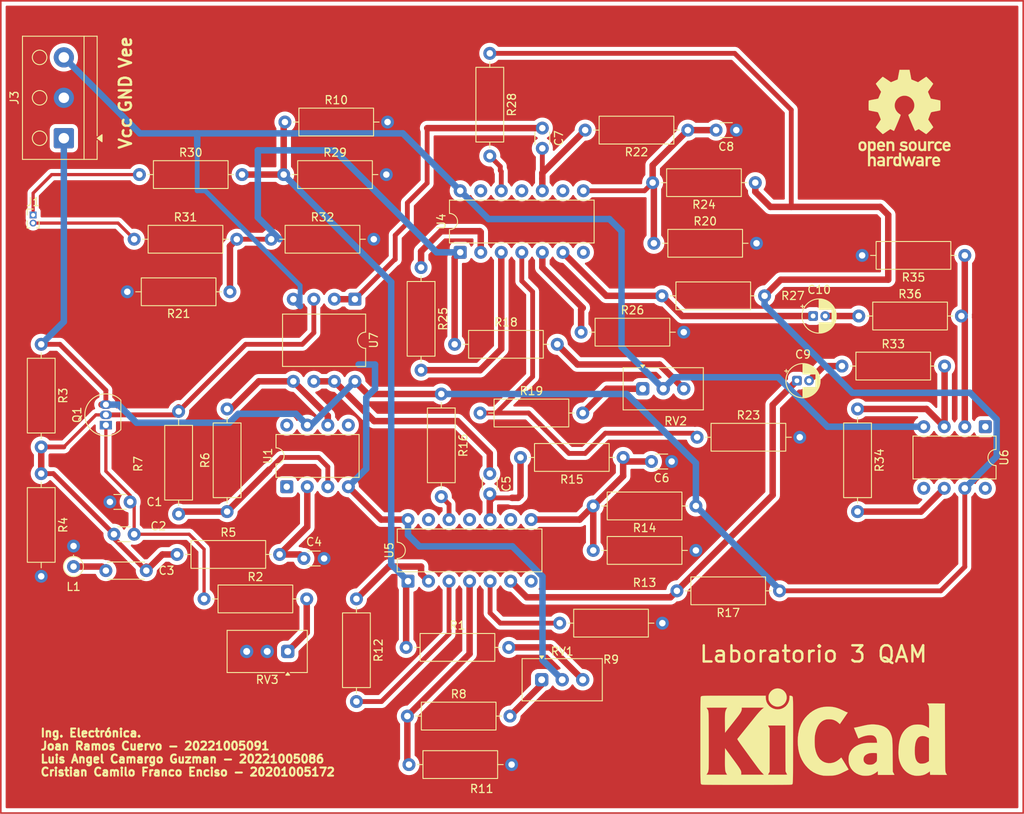
<source format=kicad_pcb>
(kicad_pcb (version 20241229) (generator "pcbnew") (generator_version "9.0")
  (title_block (title "PCB Laboratorio 3 QAM") (date "2025-05-25") (rev "1") (company "Universidad Distrital FRancisco José de caldas") (comment 1 "Autor: Luis Angel Camargo Guzman - 20221005086"))
  (layers (0 "F.Cu" signal) (2 "B.Cu" signal) (13 "F.Paste" user) (15 "B.Paste" user) (5 "F.SilkS" user "F.Silkscreen") (7 "B.SilkS" user "B.Silkscreen") (1 "F.Mask" user) (3 "B.Mask" user) (25 "Edge.Cuts" user))
  (net 0 "")
  (net 1 "GND")
  (net 2 "sen(wt)")
  (net 3 "Net-(C3-Pad2)")
  (net 4 "Net-(U1--)")
  (net 5 "Bcos(wt)")
  (net 6 "Net-(C5-Pad2)")
  (net 7 "Net-(C6-Pad2)")
  (net 8 "Bsen(wt)")
  (net 9 "Net-(C7-Pad2)")
  (net 10 "Net-(C8-Pad2)")
  (net 11 "Net-(C9-Pad2)")
  (net 12 "RAI(t)")
  (net 13 "Net-(C10-Pad2)")
  (net 14 "RAQ(t)")
  (net 15 "I(t)")
  (net 16 "Q(t)")
  (net 17 "+12V")
  (net 18 "RI(t)")
  (net 19 "Net-(R1-Pad2)")
  (net 20 "Net-(R2-Pad2)")
  (net 21 "cos(wt)")
  (net 22 "Net-(U1-+)")
  (net 23 "Net-(R8-Pad2)")
  (net 24 "Net-(R11-Pad1)")
  (net 25 "Net-(R9-Pad1)")
  (net 26 "Net-(R12-Pad1)")
  (net 27 "Net-(R12-Pad2)")
  (net 28 "Net-(R16-Pad2)")
  (net 29 "RQ(t)")
  (net 30 "Net-(R18-Pad2)")
  (net 31 "Net-(R19-Pad1)")
  (net 32 "Net-(R19-Pad2)")
  (net 33 "Net-(R25-Pad1)")
  (net 34 "Net-(R25-Pad2)")
  (net 35 "Net-(R26-Pad1)")
  (net 36 "Net-(R28-Pad2)")
  (net 37 "Net-(U6-+)")
  (net 38 "Output")
  (net 39 "Net-(U6--)")
  (net 40 "-12V")
  (net 47 "Net-(Q1-E)")
  (footprint "Resistor_THT:R_Axial_DIN0309_L9.0mm_D3.2mm_P12.70mm_Horizontal" (layer "F.Cu") (at 116 119.5)
    (property "Reference" "R13")
    (property "Value" "1k")
  )
  (footprint "Capacitor_THT:C_Disc_D3.0mm_W1.6mm_P2.50mm" (layer "F.Cu") (at 103.2 110 -90)
    (property "Reference" "C5")
    (property "Value" "100nF")
  )
  (footprint "Capacitor_THT:C_Disc_D3.0mm_W1.6mm_P2.50mm" (layer "F.Cu") (at 133.7 67.5 180)
    (property "Reference" "C8")
    (property "Value" "100nF")
  )
  (footprint "Capacitor_THT:CP_Radial_D4.0mm_P1.50mm" (layer "F.Cu") (at 141.2 98.5)
    (property "Reference" "C9")
    (property "Value" "4.7uf")
  )
  (footprint "Resistor_THT:R_Axial_DIN0309_L9.0mm_D3.2mm_P12.70mm_Horizontal" (layer "F.Cu") (at 103.2 58 -90)
    (property "Reference" "R28")
    (property "Value" "3.9k")
  )
  (footprint "Package_DIP:DIP-8_W7.62mm" (layer "F.Cu") (at 164.51 104.195 -90)
    (property "Reference" "U6")
    (property "Value" "LM741")
  )
  (footprint "Resistor_THT:R_Axial_DIN0309_L9.0mm_D3.2mm_P12.70mm_Horizontal" (layer "F.Cu") (at 92.85 131.5)
    (property "Reference" "R1")
    (property "Value" "10K")
  )
  (footprint "Resistor_THT:R_Axial_DIN0309_L9.0mm_D3.2mm_P12.70mm_Horizontal" (layer "F.Cu") (at 70.7 114.7 90)
    (property "Reference" "R6")
    (property "Value" "100k")
  )
  (footprint "Resistor_THT:R_Axial_DIN0309_L9.0mm_D3.2mm_P12.70mm_Horizontal" (layer "F.Cu") (at 102 102.5)
    (property "Reference" "R19")
    (property "Value" "10K")
  )
  (footprint "Package_DIP:DIP-8_W10.16mm" (layer "F.Cu") (at 86.51 88.42 -90)
    (property "Reference" "U7")
    (property "Value" "LM358")
  )
  (footprint "Resistor_THT:R_Axial_DIN0309_L9.0mm_D3.2mm_P12.70mm_Horizontal" (layer "F.Cu") (at 146.77 96.695)
    (property "Reference" "R33")
    (property "Value" "100k")
  )
  (footprint "Resistor_THT:R_Axial_DIN0309_L9.0mm_D3.2mm_P12.70mm_Horizontal" (layer "F.Cu") (at 76.15 81)
    (property "Reference" "R32")
    (property "Value" "1k")
  )
  (footprint "Resistor_THT:R_Axial_DIN0309_L9.0mm_D3.2mm_P12.70mm_Horizontal" (layer "F.Cu") (at 59.2 81)
    (property "Reference" "R31")
    (property "Value" "100k")
  )
  (footprint "Resistor_THT:R_Axial_DIN0309_L9.0mm_D3.2mm_P12.70mm_Horizontal" (layer "F.Cu") (at 97.2 100.15 -90)
    (property "Reference" "R16")
    (property "Value" "3.9k")
  )
  (footprint "Resistor_THT:R_Axial_DIN0309_L9.0mm_D3.2mm_P12.70mm_Horizontal" (layer "F.Cu") (at 128.85 105.5)
    (property "Reference" "R23")
    (property "Value" "51")
  )
  (footprint "Resistor_THT:R_Axial_DIN0309_L9.0mm_D3.2mm_P12.70mm_Horizontal" (layer "F.Cu") (at 119.7 108 180)
    (property "Reference" "R15")
    (property "Value" "51")
  )
  (footprint "Resistor_THT:R_Axial_DIN0309_L9.0mm_D3.2mm_P12.70mm_Horizontal" (layer "F.Cu") (at 64.5 120)
    (property "Reference" "R5")
    (property "Value" "1.6k")
  )
  (footprint "Resistor_THT:R_Axial_DIN0309_L9.0mm_D3.2mm_P12.70mm_Horizontal" (layer "F.Cu") (at 47.7 110 -90)
    (property "Reference" "R4")
    (property "Value" "100k")
  )
  (footprint "Resistor_THT:R_Axial_DIN0309_L9.0mm_D3.2mm_P12.70mm_Horizontal" (layer "F.Cu") (at 148.7 102 -90)
    (property "Reference" "R34")
    (property "Value" "100k")
  )
  (footprint "Resistor_THT:R_Axial_DIN0309_L9.0mm_D3.2mm_P12.70mm_Horizontal" (layer "F.Cu") (at 77.7 73)
    (property "Reference" "R29")
    (property "Value" "1k")
  )
  (footprint "Capacitor_THT:C_Disc_D4.3mm_W1.9mm_P5.00mm" (layer "F.Cu") (at 60.7 122 180)
    (property "Reference" "C3")
    (property "Value" "2.2uF")
  )
  (footprint "Resistor_THT:R_Axial_DIN0309_L9.0mm_D3.2mm_P12.70mm_Horizontal" (layer "F.Cu") (at 77.85 66.5)
    (property "Reference" "R10")
    (property "Value" "51")
  )
  (footprint "Resistor_THT:R_Axial_DIN0309_L9.0mm_D3.2mm_P12.70mm_Horizontal" (layer "F.Cu") (at 71.05 87.5 180)
    (property "Reference" "R21")
    (property "Value" "51")
  )
  (footprint "Resistor_THT:R_Axial_DIN0309_L9.0mm_D3.2mm_P12.70mm_Horizontal" (layer "F.Cu") (at 128.7 114 180)
    (property "Reference" "R14")
    (property "Value" "1k")
  )
  (footprint "Resistor_THT:R_Axial_DIN0309_L9.0mm_D3.2mm_P12.70mm_Horizontal" (layer "F.Cu") (at 136.05 74 180)
    (property "Reference" "R24")
    (property "Value" "1k")
  )
  (footprint "Capacitor_THT:C_Disc_D3.0mm_W1.6mm_P2.50mm" (layer "F.Cu") (at 125.7 108.5 180)
    (property "Reference" "C6")
    (property "Value" "100nF")
  )
  (footprint "Symbol:KiCad-Logo_12mm_SilkScreen" (layer "F.Cu") (at 144.5 142.5)
    (property "Reference" "REF**" (hide yes))
    (property "Value" "KiCad-Logo_12mm_SilkScreen" (hide yes))
  )
  (footprint "Resistor_THT:R_Axial_DIN0309_L9.0mm_D3.2mm_P12.70mm_Horizontal" (layer "F.Cu") (at 139.05 124.5 180)
    (property "Reference" "R17")
    (property "Value" "3.9k")
  )
  (footprint "Resistor_THT:R_Axial_DIN0309_L9.0mm_D3.2mm_P12.70mm_Horizontal" (layer "F.Cu") (at 59.85 73)
    (property "Reference" "R30")
    (property "Value" "100k")
  )
  (footprint "Capacitor_THT:C_Disc_D3.0mm_W1.6mm_P2.50mm" (layer "F.Cu") (at 56.7 117.5)
    (property "Reference" "C2")
    (property "Value" "100nF")
  )
  (footprint "Capacitor_THT:C_Disc_D3.0mm_W1.6mm_P2.50mm" (layer "F.Cu") (at 109.7 67.25 -90)
    (property "Reference" "C7")
    (property "Value" "100nF")
  )
  (footprint "Potentiometer_THT:Potentiometer_Vishay_T93YA_Vertical" (layer "F.Cu") (at 78.2 132 180)
    (property "Reference" "RV3")
    (property "Value" "10k")
  )
  (footprint "Resistor_THT:R_Axial_DIN0309_L9.0mm_D3.2mm_P12.70mm_Horizontal" (layer "F.Cu") (at 161.97 83 180)
    (property "Reference" "R35")
    (property "Value" "100k")
  )
  (footprint "Resistor_THT:R_Axial_DIN0309_L9.0mm_D3.2mm_P12.70mm_Horizontal" (layer "F.Cu") (at 47.7 94 -90)
    (property "Reference" "R3")
    (property "Value" "1k")
  )
  (footprint "Capacitor_THT:C_Disc_D3.0mm_W1.6mm_P2.50mm" (layer "F.Cu") (at 58.7 113.5 180)
    (property "Reference" "C1")
    (property "Value" "100nF")
  )
  (footprint "Resistor_THT:R_Axial_DIN0309_L9.0mm_D3.2mm_P12.70mm_Horizontal" (layer "F.Cu") (at 93.2 146)
    (property "Reference" "R11")
    (property "Value" "51")
  )
  (footprint "Resistor_THT:R_Axial_DIN0309_L9.0mm_D3.2mm_P12.70mm_Horizontal" (layer "F.Cu") (at 98.85 94)
    (property "Reference" "R18")
    (property "Value" "10K")
  )
  (footprint "Package_DIP:DIP-8_W7.62mm" (layer "F.Cu") (at 78.08 111.62 90)
    (property "Reference" "U1")
    (property "Value" "LM741")
  )
  (footprint "Capacitor_THT:CP_Radial_D4.0mm_P1.50mm" (layer "F.Cu") (at 143.2 90.5)
    (property "Reference" "C10")
    (property "Value" "4.7uf")
  )
  (footprint "Potentiometer_THT:Potentiometer_Vishay_T93YA_Vertical" (layer "F.Cu") (at 122.12 99.5)
    (property "Reference" "RV2")
    (property "Value" "50k")
  )
  (footprint "Resistor_THT:R_Axial_DIN0309_L9.0mm_D3.2mm_P12.70mm_Horizontal" (layer "F.Cu") (at 148.85 90.5)
    (property "Reference" "R36")
    (property "Value" "100k")
  )
  (footprint "Resistor_THT:R_Axial_DIN0309_L9.0mm_D3.2mm_P12.70mm_Horizontal" (layer "F.Cu") (at 94.7 84.5 -90)
    (property "Reference" "R25")
    (property "Value" "1k")
  )
  (footprint "Capacitor_THT:C_Disc_D3.0mm_W1.6mm_P2.50mm" (layer "F.Cu") (at 80.2 120.5)
    (property "Reference" "C4")
    (property "Value" "1nF")
  )
  (footprint "Resistor_THT:R_Axial_DIN0309_L9.0mm_D3.2mm_P12.70mm_Horizontal" (layer "F.Cu") (at 114.5 92.5)
    (property "Reference" "R26")
    (property "Value" "6.8k")
  )
  (footprint "TerminalBlock_RND:TerminalBlock_RND_205-00002_1x03_P5.00mm_Horizontal" (layer "F.Cu") (at 50.5 68.5 90)
    (property "Reference" "J3")
    (property "Value" "Fuente")
  )
  (footprint "Package_DIP:DIP-14_W7.62mm" (layer "F.Cu") (at 99.54 82.62 90)
    (property "Reference" "U4")
    (property "Value" "MC1496")
  )
  (footprint "Resistor_THT:R_Axial_DIN0309_L9.0mm_D3.2mm_P12.70mm_Horizontal" (layer "F.Cu") (at 64.7 102.3 -90)
    (property "Reference" "R7")
    (property "Value" "100k")
  )
  (footprint "Resistor_THT:R_Axial_DIN0309_L9.0mm_D3.2mm_P12.70mm_Horizontal" (layer "F.Cu") (at 93 140)
    (property "Reference" "R8")
    (property "Value" "10K")
  )
  (footprint "Package_TO_SOT_THT:TO-92_Inline" (layer "F.Cu") (at 55.7 104 90)
    (property "Reference" "Q1")
    (property "Value" "2N3904")
  )
  (footprint "Resistor_THT:R_Axial_DIN0309_L9.0mm_D3.2mm_P12.70mm_Horizontal" (layer "F.Cu") (at 137.2 88 180)
    (property "Reference" "R27")
    (property "Value" "3.9k")
  )
  (footprint "Resistor_THT:R_Axial_DIN0309_L9.0mm_D3.2mm_P12.70mm_Horizontal" (layer "F.Cu") (at 111.85 128.5)
    (property "Reference" "R9")
    (property "Value" "6.8k")
  )
  (footprint "Resistor_THT:R_Axial_DIN0309_L9.0mm_D3.2mm_P12.70mm_Horizontal" (layer "F.Cu") (at 127.7 67.5 180)
    (property "Reference" "R22")
    (property "Value" "51")
  )
  (footprint "Resistor_THT:R_Axial_DIN0309_L9.0mm_D3.2mm_P12.70mm_Horizontal" (layer "F.Cu") (at 67.85 125.5)
    (property "Reference" "R2")
    (property "Value" "100")
  )
  (footprint "Symbol:OSHW-Logo_11.4x12mm_SilkScreen" (layer "F.Cu") (at 154.5 66)
    (property "Reference" "REF**" (hide yes))
    (property "Value" "OSHW-Logo_11.4x12mm_SilkScreen" (hide yes))
  )
  (footprint "Resistor_THT:R_Axial_DIN0309_L9.0mm_D3.2mm_P12.70mm_Horizontal" (layer "F.Cu") (at 86.7 125.5 -90)
    (property "Reference" "R12")
    (property "Value" "1k")
  )
  (footprint "Connector_PinHeader_1.00mm:PinHeader_1x02_P1.00mm_Vertical" (layer "F.Cu") (at 46.7 78)
    (property "Reference" "J1")
    (property "Value" "señales I-Q")
  )
  (footprint "Resistor_THT:R_Axial_DIN0309_L9.0mm_D3.2mm_P12.70mm_Horizontal" (layer "F.Cu") (at 123.5 81.5)
    (property "Reference" "R20")
    (property "Value" "1k")
  )
  (footprint "Potentiometer_THT:Potentiometer_Vishay_T93YA_Vertical" (layer "F.Cu") (at 109.62 135.5)
    (property "Reference" "RV1")
    (property "Value" "50k")
  )
  (footprint "Inductor_THT:L_Axial_L5.3mm_D2.2mm_P2.54mm_Vertical_Vishay_IM-1" (layer "F.Cu") (at 51.7 121.5 90)
    (property "Reference" "L1")
    (property "Value" "215uH")
  )
  (footprint "Package_DIP:DIP-14_W7.62mm" (layer "F.Cu") (at 93.08 123.305 90)
    (property "Reference" "U5")
    (property "Value" "MC1496")
  )
  (gr_rect (start 42.7 51.5) (end 169.2 152) (stroke (width 0.2)) (fill no) (layer "F.Cu"))
  (gr_text "Vee" (at 59 60 90) (layer "F.SilkS") (effects (font (size 1.5 1.5) (thickness 0.3) (bold yes)) (justify left bottom)))
  (gr_text "Laboratorio 3 QAM" (at 129 133.5 0) (layer "F.SilkS") (effects (font (size 2 2) (thickness 0.3) (bold yes)) (justify left bottom)))
  (gr_text "GND" (at 59 65.5 90) (layer "F.SilkS") (effects (font (size 1.5 1.5) (thickness 0.3) (bold yes)) (justify left bottom)))
  (gr_text "Ing. Electrónica. \nJoan Ramos Cuervo - 20221005091\nLuis Angel Camargo Guzman - 20221005086\nCristian Camilo Franco Enciso - 20201005172\n" (at 47.5 147.5 0) (layer "F.SilkS") (effects (font (size 1 1) (thickness 0.25) (bold yes)) (justify left bottom)))
  (gr_text "Vcc" (at 59 70 90) (layer "F.SilkS") (effects (font (size 1.5 1.5) (thickness 0.3) (bold yes)) (justify left bottom)))
  (segment (start 47.9 122.5) (end 47.7 122.7) (width 0.8) (layer "F.Cu") (net 1))
  (segment (start 60.7 122) (end 60.7 121.5) (width 0.8) (layer "F.Cu") (net 2))
  (segment (start 56.7 118) (end 56.7 117.5) (width 0.6) (layer "F.Cu") (net 2))
  (segment (start 49.2 110) (end 47.7 110) (width 0.6) (layer "F.Cu") (net 2))
  (segment (start 64.7 101.8) (end 64.7 102.3) (width 0.8) (layer "F.Cu") (net 2))
  (segment (start 62.7 120) (end 60.7 122) (width 0.8) (layer "F.Cu") (net 2))
  (segment (start 80 94) (end 81.43 92.57) (width 0.6) (layer "F.Cu") (net 2))
  (segment (start 64.5 120) (end 62.7 120) (width 0.8) (layer "F.Cu") (net 2))
  (segment (start 73 94) (end 80 94) (width 0.6) (layer "F.Cu") (net 2))
  (segment (start 64.27 102.73) (end 55.7 102.73) (width 0.6) (layer "F.Cu") (net 2))
  (segment (start 47.7 106.7) (end 50.5 106.7) (width 0.6) (layer "F.Cu") (net 2))
  (segment (start 55.7 102.73) (end 54.47 102.73) (width 0.4) (layer "F.Cu") (net 2))
  (segment (start 64.7 102.3) (end 64.27 102.73) (width 0.6) (layer "F.Cu") (net 2))
  (segment (start 54.47 102.73) (end 50.5 106.7) (width 0.4) (layer "F.Cu") (net 2))
  (segment (start 56.7 117.5) (end 49.2 110) (width 0.6) (layer "F.Cu") (net 2))
  (segment (start 81.43 92.57) (end 81.43 88.42) (width 0.6) (layer "F.Cu") (net 2))
  (segment (start 64.7 102.3) (end 73 94) (width 0.6) (layer "F.Cu") (net 2))
  (segment (start 47.7 110) (end 47.7 106.7) (width 0.8) (layer "F.Cu") (net 2))
  (segment (start 60.7 122) (end 56.7 118) (width 0.6) (layer "F.Cu") (net 2))
  (segment (start 55.2 121.5) (end 55.7 122) (width 0.8) (layer "F.Cu") (net 3))
  (segment (start 55.66 122.04) (end 55.7 122) (width 0.8) (layer "F.Cu") (net 3))
  (segment (start 51.7 121.5) (end 55.2 121.5) (width 0.8) (layer "F.Cu") (net 3))
  (segment (start 79.7 120) (end 80.2 120.5) (width 0.8) (layer "F.Cu") (net 4))
  (segment (start 80.62 116.58) (end 77.2 120) (width 0.8) (layer "F.Cu") (net 4))
  (segment (start 77.2 120) (end 79.7 120) (width 0.8) (layer "F.Cu") (net 4))
  (segment (start 80.62 111.62) (end 80.62 116.58) (width 0.8) (layer "F.Cu") (net 4))
  (segment (start 99.2 103.5) (end 88.89 103.5) (width 0.8) (layer "F.Cu") (net 5))
  (segment (start 83.97 98.58) (end 81.43 98.58) (width 0.8) (layer "F.Cu") (net 5))
  (segment (start 103.2 110) (end 103.2 107.5) (width 0.8) (layer "F.Cu") (net 5))
  (segment (start 103.2 107.5) (end 99.2 103.5) (width 0.8) (layer "F.Cu") (net 5))
  (segment (start 88.89 103.5) (end 83.97 98.58) (width 0.8) (layer "F.Cu") (net 5))
  (segment (start 103.2 112.5) (end 103.2 113.5) (width 0.8) (layer "F.Cu") (net 6))
  (segment (start 105.925 113) (end 106 113) (width 0.8) (layer "F.Cu") (net 6))
  (segment (start 107 112.7) (end 107 108) (width 0.8) (layer "F.Cu") (net 6))
  (segment (start 106 113) (end 106.7 113) (width 0.8) (layer "F.Cu") (net 6))
  (segment (start 103.2 115.645) (end 103.24 115.685) (width 0.8) (layer "F.Cu") (net 6))
  (segment (start 103.7 113) (end 103.2 113.5) (width 0.6) (layer "F.Cu") (net 6))
  (segment (start 103.2 113.5) (end 103.2 115.645) (width 0.8) (layer "F.Cu") (net 6))
  (segment (start 106 113) (end 103.7 113) (width 0.6) (layer "F.Cu") (net 6))
  (segment (start 106.7 113) (end 107 112.7) (width 0.8) (layer "F.Cu") (net 6))
  (segment (start 116 114) (end 116 119.5) (width 0.8) (layer "F.Cu") (net 7))
  (segment (start 120.2 108.5) (end 119.7 108) (width 0.8) (layer "F.Cu") (net 7))
  (segment (start 119.7 108) (end 119.7 110.3) (width 0.8) (layer "F.Cu") (net 7))
  (segment (start 108.32 115.685) (end 114.315 115.685) (width 0.8) (layer "F.Cu") (net 7))
  (segment (start 123.2 108.5) (end 120.2 108.5) (width 0.8) (layer "F.Cu") (net 7))
  (segment (start 114.315 115.685) (end 116 114) (width 0.8) (layer "F.Cu") (net 7))
  (segment (start 119.7 110.3) (end 116 114) (width 0.8) (layer "F.Cu") (net 7))
  (segment (start 86.51 88.42) (end 91.43 83.5) (width 0.6) (layer "F.Cu") (net 8))
  (segment (start 91.43 83.5) (end 91.5 83.5) (width 0.6) (layer "F.Cu") (net 8))
  (segment (start 91.5 83.5) (end 91.5 80.5) (width 0.6) (layer "F.Cu") (net 8))
  (segment (start 91.5 80.5) (end 93 79) (width 0.6) (layer "F.Cu") (net 8))
  (segment (start 86.51 88.42) (end 86.58 88.42) (width 0.6) (layer "F.Cu") (net 8))
  (segment (start 95.45 74.05) (end 95.45 67.25) (width 0.6) (layer "F.Cu") (net 8))
  (segment (start 86.51 88.42) (end 83.97 88.42) (width 0.8) (layer "F.Cu") (net 8))
  (segment (start 95.45 67.25) (end 109.7 67.25) (width 0.8) (layer "F.Cu") (net 8))
  (segment (start 93 79) (end 93 76.5) (width 0.6) (layer "F.Cu") (net 8))
  (segment (start 93 76.5) (end 95.45 74.05) (width 0.6) (layer "F.Cu") (net 8))
  (segment (start 109.7 69.75) (end 109.7 73.5) (width 0.6) (layer "F.Cu") (net 9))
  (segment (start 109.7 73.5) (end 109.7 75) (width 0.8) (layer "F.Cu") (net 9))
  (segment (start 115 67.5) (end 109.7 72.8) (width 0.8) (layer "F.Cu") (net 9))
  (segment (start 109.7 72.8) (end 109.7 73.5) (width 0.8) (layer "F.Cu") (net 9))
  (segment (start 123.35 71.85) (end 127.7 67.5) (width 0.8) (layer "F.Cu") (net 10))
  (segment (start 123.5 74.15) (end 123.35 74) (width 0.8) (layer "F.Cu") (net 10))
  (segment (start 122.35 75) (end 123.35 74) (width 0.6) (layer "F.Cu") (net 10))
  (segment (start 131.2 67.5) (end 127.7 67.5) (width 0.8) (layer "F.Cu") (net 10))
  (segment (start 123.5 81.5) (end 123.5 74.15) (width 0.8) (layer "F.Cu") (net 10))
  (segment (start 123.35 74) (end 123.35 71.85) (width 0.8) (layer "F.Cu") (net 10))
  (segment (start 114.78 75) (end 122.35 75) (width 0.6) (layer "F.Cu") (net 10))
  (segment (start 146.77 96.695) (end 144.505 96.695) (width 0.8) (layer "F.Cu") (net 11))
  (segment (start 144.505 96.695) (end 142.7 98.5) (width 0.8) (layer "F.Cu") (net 11))
  (segment (start 138.2 112.65) (end 126.35 124.5) (width 0.8) (layer "F.Cu") (net 12))
  (segment (start 141.2 98.5) (end 138.2 101.5) (width 0.8) (layer "F.Cu") (net 12))
  (segment (start 138.2 101.5) (end 138.2 112.65) (width 0.8) (layer "F.Cu") (net 12))
  (segment (start 107.774999 125.299999) (end 105.78 123.305) (width 0.8) (layer "F.Cu") (net 12))
  (segment (start 125.550001 125.299999) (end 107.774999 125.299999) (width 0.8) (layer "F.Cu") (net 12))
  (segment (start 126.35 124.5) (end 125.550001 125.299999) (width 0.8) (layer "F.Cu") (net 12))
  (segment (start 148.85 90.5) (end 144.7 90.5) (width 0.8) (layer "F.Cu") (net 13))
  (segment (start 117.62 88) (end 112.24 82.62) (width 0.8) (layer "F.Cu") (net 14))
  (segment (start 143.2 90.5) (end 127 90.5) (width 0.8) (layer "F.Cu") (net 14))
  (segment (start 127 90.5) (end 124.5 88) (width 0.8) (layer "F.Cu") (net 14))
  (segment (start 124.5 88) (end 117.62 88) (width 0.8) (layer "F.Cu") (net 14))
  (segment (start 46.7 75.3) (end 46.7 78) (width 0.4) (layer "F.Cu") (net 15))
  (segment (start 59.85 73) (end 49 73) (width 0.4) (layer "F.Cu") (net 15))
  (segment (start 49 73) (end 46.7 75.3) (width 0.4) (layer "F.Cu") (net 15))
  (segment (start 57.2 79) (end 59.2 81) (width 0.4) (layer "F.Cu") (net 16))
  (segment (start 46.7 79) (end 57.2 79) (width 0.4) (layer "F.Cu") (net 16))
  (segment (start 140.5 77) (end 137.91863 77) (width 0.8) (layer "F.Cu") (net 17))
  (segment (start 103.2 58) (end 133.5 58) (width 0.6) (layer "F.Cu") (net 17))
  (segment (start 55.7 99.7) (end 50 94) (width 0.6) (layer "F.Cu") (net 17))
  (segment (start 137.2 88) (end 139.2 86) (width 0.8) (layer "F.Cu") (net 17))
  (segment (start 137.91863 77) (end 136.05 75.13137) (width 0.8) (layer "F.Cu") (net 17))
  (segment (start 152.5 86) (end 152.5 78) (width 0.8) (layer "F.Cu") (net 17))
  (segment (start 152.5 78) (end 151.5 77) (width 0.8) (layer "F.Cu") (net 17))
  (segment (start 50 94) (end 47.7 94) (width 0.6) (layer "F.Cu") (net 17))
  (segment (start 159 124.5) (end 161.97 121.53) (width 0.6) (layer "F.Cu") (net 17))
  (segment (start 136.05 75.13137) (end 136.05 74) (width 0.8) (layer "F.Cu") (net 17))
  (segment (start 133.5 58) (end 140.5 65) (width 0.6) (layer "F.Cu") (net 17))
  (segment (start 139.2 86) (end 152.5 86) (width 0.8) (layer "F.Cu") (net 17))
  (segment (start 140.5 65) (end 140.5 77) (width 0.6) (layer "F.Cu") (net 17))
  (segment (start 151.5 77) (end 140.5 77) (width 0.8) (layer "F.Cu") (net 17))
  (segment (start 55.16 101.46) (end 55.7 101.46) (width 0.8) (layer "F.Cu") (net 17))
  (segment (start 88.08 100.15) (end 97.2 100.15) (width 0.8) (layer "F.Cu") (net 17))
  (segment (start 139.05 124.5) (end 159 124.5) (width 0.6) (layer "F.Cu") (net 17))
  (segment (start 161.97 121.53) (end 161.97 111.815) (width 0.6) (layer "F.Cu") (net 17))
  (segment (start 86.51 98.58) (end 88.08 100.15) (width 0.8) (layer "F.Cu") (net 17))
  (segment (start 55.7 101.46) (end 55.7 99.7) (width 0.6) (layer "F.Cu") (net 17))
  (segment (start 120.15 100.15) (end 128.7 108.7) (width 0.8) (layer "B.Cu") (net 17))
  (segment (start 165.911 103.285576) (end 162.625424 100) (width 0.8) (layer "B.Cu") (net 17))
  (segment (start 148.06863 100) (end 137.2 89.13137) (width 0.8) (layer "B.Cu") (net 17))
  (segment (start 70.980314 103.701) (end 59.491 103.701) (width 0.8) (layer "B.Cu") (net 17))
  (segment (start 86.51 98.58) (end 81.09 104) (width 0.8) (layer "B.Cu") (net 17))
  (segment (start 128.7 108.7) (end 128.7 114) (width 0.8) (layer "B.Cu") (net 17))
  (segment (start 50.5 68.5) (end 50.5 91.2) (width 0.8) (layer "B.Cu") (net 17))
  (segment (start 97.2 100.15) (end 120.15 100.15) (width 0.8) (layer "B.Cu") (net 17))
  (segment (start 162.625424 100) (end 148.06863 100) (width 0.8) (layer "B.Cu") (net 17))
  (segment (start 81.09 104) (end 80.62 104) (width 0.8) (layer "B.Cu") (net 17))
  (segment (start 50.5 91.2) (end 47.7 94) (width 0.8) (layer "B.Cu") (net 17))
  (segment (start 137.2 89.13137) (end 137.2 88) (width 0.8) (layer "B.Cu") (net 17))
  (segment (start 59.491 103.701) (end 57.25 101.46) (width 0.8) (layer "B.Cu") (net 17))
  (segment (start 128.7 114) (end 139.05 124.35) (width 0.8) (layer "B.Cu") (net 17))
  (segment (start 57.25 101.46) (end 55.7 101.46) (width 0.8) (layer "B.Cu") (net 17))
  (segment (start 165.911 107.874) (end 165.911 103.285576) (width 0.8) (layer "B.Cu") (net 17))
  (segment (start 72.082314 102.599) (end 70.980314 103.701) (width 0.8) (layer "B.Cu") (net 17))
  (segment (start 139.05 124.35) (end 139.05 124.5) (width 0.8) (layer "B.Cu") (net 17))
  (segment (start 80.62 104) (end 79.219 102.599) (width 0.8) (layer "B.Cu") (net 17))
  (segment (start 79.219 102.599) (end 72.082314 102.599) (width 0.8) (layer "B.Cu") (net 17))
  (segment (start 161.97 111.815) (end 165.911 107.874) (width 0.8) (layer "B.Cu") (net 17))
  (segment (start 72.55 73) (end 77.7 73) (width 0.8) (layer "F.Cu") (net 18))
  (segment (start 92.85 123.535) (end 93.08 123.305) (width 0.8) (layer "F.Cu") (net 18))
  (segment (start 77.7 73) (end 77.7 66.65) (width 0.8) (layer "F.Cu") (net 18))
  (segment (start 92.85 131.5) (end 92.85 123.535) (width 0.8) (layer "F.Cu") (net 18))
  (segment (start 77.7 66.65) (end 77.85 66.5) (width 0.8) (layer "F.Cu") (net 18))
  (segment (start 91 121.225) (end 91 86.3) (width 0.8) (layer "B.Cu") (net 18))
  (segment (start 93.08 123.305) (end 91 121.225) (width 0.8) (layer "B.Cu") (net 18))
  (segment (start 91 86.3) (end 77.7 73) (width 0.8) (layer "B.Cu") (net 18))
  (segment (start 114.7 135.5) (end 110.7 131.5) (width 0.8) (layer "F.Cu") (net 19))
  (segment (start 110.7 131.5) (end 105.55 131.5) (width 0.8) (layer "F.Cu") (net 19))
  (segment (start 80.55 129.65) (end 80.55 125.5) (width 0.8) (layer "F.Cu") (net 20))
  (segment (start 78.2 132) (end 80.55 129.65) (width 0.8) (layer "F.Cu") (net 20))
  (segment (start 83.16 102.85) (end 78.89 98.58) (width 0.8) (layer "F.Cu") (net 21))
  (segment (start 70.7 102) (end 71.2 102) (width 0.8) (layer "F.Cu") (net 21))
  (segment (start 74.62 98.58) (end 78.89 98.58) (width 0.8) (layer "F.Cu") (net 21))
  (segment (start 83.16 104) (end 83.16 102.85) (width 0.8) (layer "F.Cu") (net 21))
  (segment (start 71.2 102) (end 74.62 98.58) (width 0.8) (layer "F.Cu") (net 21))
  (segment (start 70.4 115) (end 70.7 114.7) (width 0.8) (layer "F.Cu") (net 22))
  (segment (start 65 114.7) (end 64.7 115) (width 0.8) (layer "F.Cu") (net 22))
  (segment (start 77.4 108) (end 82 108) (width 0.6) (layer "F.Cu") (net 22))
  (segment (start 75.45 109.95) (end 70.7 114.7) (width 0.8) (layer "F.Cu") (net 22))
  (segment (start 82 108) (end 83.16 109.16) (width 0.6) (layer "F.Cu") (net 22))
  (segment (start 83.16 109.16) (end 83.16 111.62) (width 0.6) (layer "F.Cu") (net 22))
  (segment (start 75.9 109.5) (end 75.45 109.95) (width 0.8) (layer "F.Cu") (net 22))
  (segment (start 75.45 109.95) (end 77.4 108) (width 0.6) (layer "F.Cu") (net 22))
  (segment (start 70.7 114.7) (end 65 114.7) (width 0.8) (layer "F.Cu") (net 22))
  (segment (start 109.62 136.08) (end 105.7 140) (width 0.8) (layer "F.Cu") (net 23))
  (segment (start 109.62 135.5) (end 109.62 136.08) (width 0.8) (layer "F.Cu") (net 23))
  (segment (start 93 145.8) (end 93.2 146) (width 0.8) (layer "F.Cu") (net 24))
  (segment (start 93 140) (end 100.7 132.3) (width 0.8) (layer "F.Cu") (net 24))
  (segment (start 100.7 132.3) (end 100.7 123.305) (width 0.8) (layer "F.Cu") (net 24))
  (segment (start 93 140) (end 93 145.8) (width 0.8) (layer "F.Cu") (net 24))
  (segment (start 104.5 128.5) (end 103.24 127.24) (width 0.6) (layer "F.Cu") (net 25))
  (segment (start 111.85 128.5) (end 104.5 128.5) (width 0.6) (layer "F.Cu") (net 25))
  (segment (start 103.24 127.24) (end 103.24 123.305) (width 0.6) (layer "F.Cu") (net 25))
  (segment (start 95.62 123.305) (end 94.7 122.385) (width 0.8) (layer "F.Cu") (net 26))
  (segment (start 94.7 122.385) (end 94.7 121.5) (width 0.8) (layer "F.Cu") (net 26))
  (segment (start 94.7 121.5) (end 90.7 121.5) (width 0.8) (layer "F.Cu") (net 26))
  (segment (start 90.7 121.5) (end 86.7 125.5) (width 0.8) (layer "F.Cu") (net 26))
  (segment (start 89.8 138.2) (end 86.7 138.2) (width 0.6) (layer "F.Cu") (net 27))
  (segment (start 98.16 129.84) (end 89.8 138.2) (width 0.6) (layer "F.Cu") (net 27))
  (segment (start 98.16 123.305) (end 98.16 129.84) (width 0.6) (layer "F.Cu") (net 27))
  (segment (start 98.16 115.685) (end 98.16 113.81) (width 0.6) (layer "F.Cu") (net 28))
  (segment (start 98.16 113.81) (end 97.2 112.85) (width 0.6) (layer "F.Cu") (net 28))
  (segment (start 71.05 81.85) (end 71.9 81) (width 0.8) (layer "F.Cu") (net 29))
  (segment (start 98.85 83.31) (end 99.54 82.62) (width 0.8) (layer "F.Cu") (net 29))
  (segment (start 98.85 94) (end 98.85 83.31) (width 0.8) (layer "F.Cu") (net 29))
  (segment (start 76.15 81) (end 71.9 81) (width 0.6) (layer "F.Cu") (net 29))
  (segment (start 71.05 87.5) (end 71.05 81.85) (width 0.8) (layer "F.Cu") (net 29))
  (segment (start 77.2 81) (end 74.5 78.3) (width 0.8) (layer "B.Cu") (net 29))
  (segment (start 96.62 82.62) (end 99.54 82.62) (width 0.8) (layer "B.Cu") (net 29))
  (segment (start 84 70) (end 96.62 82.62) (width 0.8) (layer "B.Cu") (net 29))
  (segment (start 74.5 70) (end 84 70) (width 0.8) (layer "B.Cu") (net 29))
  (segment (start 74.5 78.3) (end 74.5 70) (width 0.8) (layer "B.Cu") (net 29))
  (segment (start 124.2 96.5) (end 127.2 99.5) (width 0.8) (layer "F.Cu") (net 30))
  (segment (start 114.05 96.5) (end 124.2 96.5) (width 0.8) (layer "F.Cu") (net 30))
  (segment (start 111.55 94) (end 114.05 96.5) (width 0.8) (layer "F.Cu") (net 30))
  (segment (start 107.16 86.16) (end 108.5 87.5) (width 0.6) (layer "F.Cu") (net 31))
  (segment (start 128.35 105) (end 128.85 105.5) (width 0.6) (layer "F.Cu") (net 31))
  (segment (start 115 107.5) (end 117.5 105) (width 0.6) (layer "F.Cu") (net 31))
  (segment (start 117.5 105) (end 128.35 105) (width 0.6) (layer "F.Cu") (net 31))
  (segment (start 104 102.5) (end 108 102.5) (width 0.6) (layer "F.Cu") (net 31))
  (segment (start 107.16 82.62) (end 107.16 86.16) (width 0.6) (layer "F.Cu") (net 31))
  (segment (start 102 102.5) (end 104 102.5) (width 0.6) (layer "F.Cu") (net 31))
  (segment (start 108 102.5) (end 113 107.5) (width 0.6) (layer "F.Cu") (net 31))
  (segment (start 108.5 87.5) (end 108.5 98) (width 0.6) (layer "F.Cu") (net 31))
  (segment (start 108.5 98) (end 104 102.5) (width 0.6) (layer "F.Cu") (net 31))
  (segment (start 113 107.5) (end 115 107.5) (width 0.6) (layer "F.Cu") (net 31))
  (segment (start 122.12 99.5) (end 117.7 99.5) (width 0.8) (layer "F.Cu") (net 32))
  (segment (start 117.7 99.5) (end 114.7 102.5) (width 0.8) (layer "F.Cu") (net 32))
  (segment (start 102.08 80.12) (end 102.08 82.62) (width 0.8) (layer "F.Cu") (net 33))
  (segment (start 94.7 82.5) (end 97.2 80) (width 0.8) (layer "F.Cu") (net 33))
  (segment (start 94.7 84.5) (end 94.7 82.5) (width 0.8) (layer "F.Cu") (net 33))
  (segment (start 97.2 80) (end 101.96 80) (width 0.8) (layer "F.Cu") (net 33))
  (segment (start 101.96 80) (end 102.08 80.12) (width 0.8) (layer "F.Cu") (net 33))
  (segment (start 102 97.2) (end 104.62 94.58) (width 0.8) (layer "F.Cu") (net 34))
  (segment (start 104.62 94.58) (end 104.62 82.62) (width 0.8) (layer "F.Cu") (net 34))
  (segment (start 94.7 97.2) (end 102 97.2) (width 0.8) (layer "F.Cu") (net 34))
  (segment (start 114.5 89.7) (end 114.5 92.5) (width 0.8) (layer "F.Cu") (net 35))
  (segment (start 109.7 84.5) (end 114.7 89.5) (width 0.8) (layer "F.Cu") (net 35))
  (segment (start 114.7 89.5) (end 114.5 89.7) (width 0.8) (layer "F.Cu") (net 35))
  (segment (start 109.7 82.62) (end 109.7 84.5) (width 0.8) (layer "F.Cu") (net 35))
  (segment (start 104.62 72.62) (end 104.62 75) (width 0.6) (layer "F.Cu") (net 36))
  (segment (start 104.5 72) (end 104.5 72.5) (width 0.6) (layer "F.Cu") (net 36))
  (segment (start 104.5 72.5) (end 104.62 72.62) (width 0.6) (layer "F.Cu") (net 36))
  (segment (start 103.2 70.7) (end 104.5 72) (width 0.6) (layer "F.Cu") (net 36))
  (segment (start 159.47 104.155) (end 159.43 104.195) (width 0.8) (layer "F.Cu") (net 37))
  (segment (start 157.235 102) (end 159.43 104.195) (width 0.8) (layer "F.Cu") (net 37))
  (segment (start 148.7 102) (end 157.235 102) (width 0.8) (layer "F.Cu") (net 37))
  (segment (start 159.47 96.695) (end 159.47 104.155) (width 0.8) (layer "F.Cu") (net 37))
  (segment (start 148.7 114.7) (end 156.545 114.7) (width 0.8) (layer "F.Cu") (net 38))
  (segment (start 156.545 114.7) (end 159.43 111.815) (width 0.8) (layer "F.Cu") (net 38))
  (segment (start 161.97 104.195) (end 161.97 90.92) (width 0.8) (layer "F.Cu") (net 39))
  (segment (start 161.97 83) (end 161.97 90.08) (width 0.8) (layer "F.Cu") (net 39))
  (segment (start 161.97 90.92) (end 161.55 90.5) (width 0.8) (layer "F.Cu") (net 39))
  (segment (start 161.97 90.08) (end 161.55 90.5) (width 0.8) (layer "F.Cu") (net 39))
  (segment (start 93.08 115.685) (end 89.765 115.685) (width 0.8) (layer "F.Cu") (net 40))
  (segment (start 89.765 115.685) (end 85.7 111.62) (width 0.8) (layer "F.Cu") (net 40))
  (segment (start 94.5 119) (end 93.08 117.58) (width 0.8) (layer "B.Cu") (net 40))
  (segment (start 67 68.5) (end 67 67.901) (width 0.8) (layer "B.Cu") (net 40))
  (segment (start 105.996314 119) (end 94.5 119) (width 0.8) (layer "B.Cu") (net 40))
  (segment (start 92.441 67.901) (end 99.54 75) (width 0.8) (layer "B.Cu") (net 40))
  (segment (start 85.7 111.62) (end 87.911 109.409) (width 0.8) (layer "B.Cu") (net 40))
  (segment (start 89 99.5) (end 89 96.5) (width 0.8) (layer "B.Cu") (net 40))
  (segment (start 87.911 100.589) (end 89 99.5) (width 0.8) (layer "B.Cu") (net 40))
  (segment (start 119.5 94.34) (end 119.5 80) (width 0.8) (layer "B.Cu") (net 40))
  (segment (start 93.08 117.58) (end 93.08 115.685) (width 0.8) (layer "B.Cu") (net 40))
  (segment (start 109.721 122.724686) (end 105.996314 119) (width 0.8) (layer "B.Cu") (net 40))
  (segment (start 59.901 67.901) (end 67 67.901) (width 0.8) (layer "B.Cu") (net 40))
  (segment (start 87.911 109.409) (end 87.911 100.589) (width 0.8) (layer "B.Cu") (net 40))
  (segment (start 79.735 86.735) (end 68 75) (width 0.6) (layer "B.Cu") (net 40))
  (segment (start 67 69.431314) (end 67 68.5) (width 0.8) (layer "B.Cu") (net 40))
  (segment (start 89 96.5) (end 86.97 96.5) (width 0.8) (layer "B.Cu") (net 40))
  (segment (start 79.735 89.265) (end 79.735 86.735) (width 0.6) (layer "B.Cu") (net 40))
  (segment (start 68 75) (end 67 75) (width 0.6) (layer "B.Cu") (net 40))
  (segment (start 109.721 133.061) (end 109.721 122.724686) (width 0.8) (layer "B.Cu") (net 40))
  (segment (start 112.16 135.5) (end 109.721 133.061) (width 0.8) (layer "B.Cu") (net 40))
  (segment (start 138.863576 98.074) (end 144.984576 104.195) (width 0.8) (layer "B.Cu") (net 40))
  (segment (start 103.04 78.5) (end 99.54 75) (width 0.8) (layer "B.Cu") (net 40))
  (segment (start 124.66 99.5) (end 119.5 94.34) (width 0.8) (layer "B.Cu") (net 40))
  (segment (start 144.984576 104.195) (end 156.89 104.195) (width 0.8) (layer "B.Cu") (net 40))
  (segment (start 79.735 89.265) (end 78.89 88.42) (width 0.8) (layer "B.Cu") (net 40))
  (segment (start 119.5 80) (end 118 78.5) (width 0.8) (layer "B.Cu") (net 40))
  (segment (start 50.5 58.5) (end 59.901 67.901) (width 0.8) (layer "B.Cu") (net 40))
  (segment (start 118 78.5) (end 103.04 78.5) (width 0.8) (layer "B.Cu") (net 40))
  (segment (start 126.086 98.074) (end 138.863576 98.074) (width 0.8) (layer "B.Cu") (net 40))
  (segment (start 67 67.901) (end 92.441 67.901) (width 0.8) (layer "B.Cu") (net 40))
  (segment (start 124.66 99.5) (end 126.086 98.074) (width 0.8) (layer "B.Cu") (net 40))
  (segment (start 67 75) (end 67 68.5) (width 0.6) (layer "B.Cu") (net 40))
  (segment (start 59.2 117.5) (end 59.2 114) (width 0.4) (layer "F.Cu") (net 47))
  (segment (start 67.85 119.35) (end 66 117.5) (width 0.4) (layer "F.Cu") (net 47))
  (segment (start 58.7 113.5) (end 58.7 112.7) (width 0.4) (layer "F.Cu") (net 47))
  (segment (start 55.7 109.7) (end 55.7 104) (width 0.4) (layer "F.Cu") (net 47))
  (segment (start 59.2 117.5) (end 66 117.5) (width 0.4) (layer "F.Cu") (net 47))
  (segment (start 67.85 125.5) (end 67.85 119.35) (width 0.4) (layer "F.Cu") (net 47))
  (segment (start 59.2 114) (end 58.7 113.5) (width 0.4) (layer "F.Cu") (net 47))
  (segment (start 58.7 112.7) (end 55.7 109.7) (width 0.4) (layer "F.Cu") (net 47))
  (zone (net 1) (net_name "GND") (layer "F.Cu") (connect_pads yes (clearance 0.5)) (min_thickness 0.25) (fill yes (thermal_gap 0.5) (thermal_bridge_width 0.5) (island_removal_mode 1) (island_area_min 10))
    (polygon (pts (xy 42.7 51.5) (xy 169.2 51.5) (xy 169.2 152) (xy 42.7 152)))
  )
)
</source>
